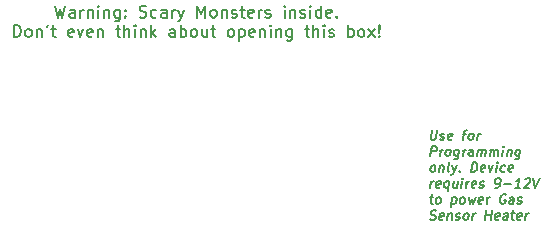
<source format=gto>
G04 #@! TF.GenerationSoftware,KiCad,Pcbnew,5.0.0-rc2*
G04 #@! TF.CreationDate,2019-07-01T23:54:45-04:00*
G04 #@! TF.ProjectId,panelback,70616E656C6261636B2E6B696361645F,rev?*
G04 #@! TF.SameCoordinates,Original*
G04 #@! TF.FileFunction,Legend,Top*
G04 #@! TF.FilePolarity,Positive*
%FSLAX46Y46*%
G04 Gerber Fmt 4.6, Leading zero omitted, Abs format (unit mm)*
G04 Created by KiCad (PCBNEW 5.0.0-rc2) date Mon Jul  1 23:54:45 2019*
%MOMM*%
%LPD*%
G01*
G04 APERTURE LIST*
%ADD10C,0.152400*%
G04 APERTURE END LIST*
D10*
X85023809Y-73626180D02*
X85261904Y-74626180D01*
X85452380Y-73911895D01*
X85642857Y-74626180D01*
X85880952Y-73626180D01*
X86690476Y-74626180D02*
X86690476Y-74102371D01*
X86642857Y-74007133D01*
X86547619Y-73959514D01*
X86357142Y-73959514D01*
X86261904Y-74007133D01*
X86690476Y-74578561D02*
X86595238Y-74626180D01*
X86357142Y-74626180D01*
X86261904Y-74578561D01*
X86214285Y-74483323D01*
X86214285Y-74388085D01*
X86261904Y-74292847D01*
X86357142Y-74245228D01*
X86595238Y-74245228D01*
X86690476Y-74197609D01*
X87166666Y-74626180D02*
X87166666Y-73959514D01*
X87166666Y-74149990D02*
X87214285Y-74054752D01*
X87261904Y-74007133D01*
X87357142Y-73959514D01*
X87452380Y-73959514D01*
X87785714Y-73959514D02*
X87785714Y-74626180D01*
X87785714Y-74054752D02*
X87833333Y-74007133D01*
X87928571Y-73959514D01*
X88071428Y-73959514D01*
X88166666Y-74007133D01*
X88214285Y-74102371D01*
X88214285Y-74626180D01*
X88690476Y-74626180D02*
X88690476Y-73959514D01*
X88690476Y-73626180D02*
X88642857Y-73673800D01*
X88690476Y-73721419D01*
X88738095Y-73673800D01*
X88690476Y-73626180D01*
X88690476Y-73721419D01*
X89166666Y-73959514D02*
X89166666Y-74626180D01*
X89166666Y-74054752D02*
X89214285Y-74007133D01*
X89309523Y-73959514D01*
X89452380Y-73959514D01*
X89547619Y-74007133D01*
X89595238Y-74102371D01*
X89595238Y-74626180D01*
X90499999Y-73959514D02*
X90499999Y-74769038D01*
X90452380Y-74864276D01*
X90404761Y-74911895D01*
X90309523Y-74959514D01*
X90166666Y-74959514D01*
X90071428Y-74911895D01*
X90499999Y-74578561D02*
X90404761Y-74626180D01*
X90214285Y-74626180D01*
X90119047Y-74578561D01*
X90071428Y-74530942D01*
X90023809Y-74435704D01*
X90023809Y-74149990D01*
X90071428Y-74054752D01*
X90119047Y-74007133D01*
X90214285Y-73959514D01*
X90404761Y-73959514D01*
X90499999Y-74007133D01*
X90976190Y-74530942D02*
X91023809Y-74578561D01*
X90976190Y-74626180D01*
X90928571Y-74578561D01*
X90976190Y-74530942D01*
X90976190Y-74626180D01*
X90976190Y-74007133D02*
X91023809Y-74054752D01*
X90976190Y-74102371D01*
X90928571Y-74054752D01*
X90976190Y-74007133D01*
X90976190Y-74102371D01*
X92166666Y-74578561D02*
X92309523Y-74626180D01*
X92547619Y-74626180D01*
X92642857Y-74578561D01*
X92690476Y-74530942D01*
X92738095Y-74435704D01*
X92738095Y-74340466D01*
X92690476Y-74245228D01*
X92642857Y-74197609D01*
X92547619Y-74149990D01*
X92357142Y-74102371D01*
X92261904Y-74054752D01*
X92214285Y-74007133D01*
X92166666Y-73911895D01*
X92166666Y-73816657D01*
X92214285Y-73721419D01*
X92261904Y-73673800D01*
X92357142Y-73626180D01*
X92595238Y-73626180D01*
X92738095Y-73673800D01*
X93595238Y-74578561D02*
X93499999Y-74626180D01*
X93309523Y-74626180D01*
X93214285Y-74578561D01*
X93166666Y-74530942D01*
X93119047Y-74435704D01*
X93119047Y-74149990D01*
X93166666Y-74054752D01*
X93214285Y-74007133D01*
X93309523Y-73959514D01*
X93499999Y-73959514D01*
X93595238Y-74007133D01*
X94452380Y-74626180D02*
X94452380Y-74102371D01*
X94404761Y-74007133D01*
X94309523Y-73959514D01*
X94119047Y-73959514D01*
X94023809Y-74007133D01*
X94452380Y-74578561D02*
X94357142Y-74626180D01*
X94119047Y-74626180D01*
X94023809Y-74578561D01*
X93976190Y-74483323D01*
X93976190Y-74388085D01*
X94023809Y-74292847D01*
X94119047Y-74245228D01*
X94357142Y-74245228D01*
X94452380Y-74197609D01*
X94928571Y-74626180D02*
X94928571Y-73959514D01*
X94928571Y-74149990D02*
X94976190Y-74054752D01*
X95023809Y-74007133D01*
X95119047Y-73959514D01*
X95214285Y-73959514D01*
X95452380Y-73959514D02*
X95690476Y-74626180D01*
X95928571Y-73959514D02*
X95690476Y-74626180D01*
X95595238Y-74864276D01*
X95547619Y-74911895D01*
X95452380Y-74959514D01*
X97071428Y-74626180D02*
X97071428Y-73626180D01*
X97404761Y-74340466D01*
X97738095Y-73626180D01*
X97738095Y-74626180D01*
X98357142Y-74626180D02*
X98261904Y-74578561D01*
X98214285Y-74530942D01*
X98166666Y-74435704D01*
X98166666Y-74149990D01*
X98214285Y-74054752D01*
X98261904Y-74007133D01*
X98357142Y-73959514D01*
X98499999Y-73959514D01*
X98595238Y-74007133D01*
X98642857Y-74054752D01*
X98690476Y-74149990D01*
X98690476Y-74435704D01*
X98642857Y-74530942D01*
X98595238Y-74578561D01*
X98499999Y-74626180D01*
X98357142Y-74626180D01*
X99119047Y-73959514D02*
X99119047Y-74626180D01*
X99119047Y-74054752D02*
X99166666Y-74007133D01*
X99261904Y-73959514D01*
X99404761Y-73959514D01*
X99499999Y-74007133D01*
X99547619Y-74102371D01*
X99547619Y-74626180D01*
X99976190Y-74578561D02*
X100071428Y-74626180D01*
X100261904Y-74626180D01*
X100357142Y-74578561D01*
X100404761Y-74483323D01*
X100404761Y-74435704D01*
X100357142Y-74340466D01*
X100261904Y-74292847D01*
X100119047Y-74292847D01*
X100023809Y-74245228D01*
X99976190Y-74149990D01*
X99976190Y-74102371D01*
X100023809Y-74007133D01*
X100119047Y-73959514D01*
X100261904Y-73959514D01*
X100357142Y-74007133D01*
X100690476Y-73959514D02*
X101071428Y-73959514D01*
X100833333Y-73626180D02*
X100833333Y-74483323D01*
X100880952Y-74578561D01*
X100976190Y-74626180D01*
X101071428Y-74626180D01*
X101785714Y-74578561D02*
X101690476Y-74626180D01*
X101499999Y-74626180D01*
X101404761Y-74578561D01*
X101357142Y-74483323D01*
X101357142Y-74102371D01*
X101404761Y-74007133D01*
X101499999Y-73959514D01*
X101690476Y-73959514D01*
X101785714Y-74007133D01*
X101833333Y-74102371D01*
X101833333Y-74197609D01*
X101357142Y-74292847D01*
X102261904Y-74626180D02*
X102261904Y-73959514D01*
X102261904Y-74149990D02*
X102309523Y-74054752D01*
X102357142Y-74007133D01*
X102452380Y-73959514D01*
X102547619Y-73959514D01*
X102833333Y-74578561D02*
X102928571Y-74626180D01*
X103119047Y-74626180D01*
X103214285Y-74578561D01*
X103261904Y-74483323D01*
X103261904Y-74435704D01*
X103214285Y-74340466D01*
X103119047Y-74292847D01*
X102976190Y-74292847D01*
X102880952Y-74245228D01*
X102833333Y-74149990D01*
X102833333Y-74102371D01*
X102880952Y-74007133D01*
X102976190Y-73959514D01*
X103119047Y-73959514D01*
X103214285Y-74007133D01*
X104452380Y-74626180D02*
X104452380Y-73959514D01*
X104452380Y-73626180D02*
X104404761Y-73673800D01*
X104452380Y-73721419D01*
X104499999Y-73673800D01*
X104452380Y-73626180D01*
X104452380Y-73721419D01*
X104928571Y-73959514D02*
X104928571Y-74626180D01*
X104928571Y-74054752D02*
X104976190Y-74007133D01*
X105071428Y-73959514D01*
X105214285Y-73959514D01*
X105309523Y-74007133D01*
X105357142Y-74102371D01*
X105357142Y-74626180D01*
X105785714Y-74578561D02*
X105880952Y-74626180D01*
X106071428Y-74626180D01*
X106166666Y-74578561D01*
X106214285Y-74483323D01*
X106214285Y-74435704D01*
X106166666Y-74340466D01*
X106071428Y-74292847D01*
X105928571Y-74292847D01*
X105833333Y-74245228D01*
X105785714Y-74149990D01*
X105785714Y-74102371D01*
X105833333Y-74007133D01*
X105928571Y-73959514D01*
X106071428Y-73959514D01*
X106166666Y-74007133D01*
X106642857Y-74626180D02*
X106642857Y-73959514D01*
X106642857Y-73626180D02*
X106595238Y-73673800D01*
X106642857Y-73721419D01*
X106690476Y-73673800D01*
X106642857Y-73626180D01*
X106642857Y-73721419D01*
X107547619Y-74626180D02*
X107547619Y-73626180D01*
X107547619Y-74578561D02*
X107452380Y-74626180D01*
X107261904Y-74626180D01*
X107166666Y-74578561D01*
X107119047Y-74530942D01*
X107071428Y-74435704D01*
X107071428Y-74149990D01*
X107119047Y-74054752D01*
X107166666Y-74007133D01*
X107261904Y-73959514D01*
X107452380Y-73959514D01*
X107547619Y-74007133D01*
X108404761Y-74578561D02*
X108309523Y-74626180D01*
X108119047Y-74626180D01*
X108023809Y-74578561D01*
X107976190Y-74483323D01*
X107976190Y-74102371D01*
X108023809Y-74007133D01*
X108119047Y-73959514D01*
X108309523Y-73959514D01*
X108404761Y-74007133D01*
X108452380Y-74102371D01*
X108452380Y-74197609D01*
X107976190Y-74292847D01*
X108880952Y-74530942D02*
X108928571Y-74578561D01*
X108880952Y-74626180D01*
X108833333Y-74578561D01*
X108880952Y-74530942D01*
X108880952Y-74626180D01*
X81547619Y-76278580D02*
X81547619Y-75278580D01*
X81785714Y-75278580D01*
X81928571Y-75326200D01*
X82023809Y-75421438D01*
X82071428Y-75516676D01*
X82119047Y-75707152D01*
X82119047Y-75850009D01*
X82071428Y-76040485D01*
X82023809Y-76135723D01*
X81928571Y-76230961D01*
X81785714Y-76278580D01*
X81547619Y-76278580D01*
X82690476Y-76278580D02*
X82595238Y-76230961D01*
X82547619Y-76183342D01*
X82499999Y-76088104D01*
X82499999Y-75802390D01*
X82547619Y-75707152D01*
X82595238Y-75659533D01*
X82690476Y-75611914D01*
X82833333Y-75611914D01*
X82928571Y-75659533D01*
X82976190Y-75707152D01*
X83023809Y-75802390D01*
X83023809Y-76088104D01*
X82976190Y-76183342D01*
X82928571Y-76230961D01*
X82833333Y-76278580D01*
X82690476Y-76278580D01*
X83452380Y-75611914D02*
X83452380Y-76278580D01*
X83452380Y-75707152D02*
X83499999Y-75659533D01*
X83595238Y-75611914D01*
X83738095Y-75611914D01*
X83833333Y-75659533D01*
X83880952Y-75754771D01*
X83880952Y-76278580D01*
X84404761Y-75278580D02*
X84309523Y-75469057D01*
X84690476Y-75611914D02*
X85071428Y-75611914D01*
X84833333Y-75278580D02*
X84833333Y-76135723D01*
X84880952Y-76230961D01*
X84976190Y-76278580D01*
X85071428Y-76278580D01*
X86547619Y-76230961D02*
X86452380Y-76278580D01*
X86261904Y-76278580D01*
X86166666Y-76230961D01*
X86119047Y-76135723D01*
X86119047Y-75754771D01*
X86166666Y-75659533D01*
X86261904Y-75611914D01*
X86452380Y-75611914D01*
X86547619Y-75659533D01*
X86595238Y-75754771D01*
X86595238Y-75850009D01*
X86119047Y-75945247D01*
X86928571Y-75611914D02*
X87166666Y-76278580D01*
X87404761Y-75611914D01*
X88166666Y-76230961D02*
X88071428Y-76278580D01*
X87880952Y-76278580D01*
X87785714Y-76230961D01*
X87738095Y-76135723D01*
X87738095Y-75754771D01*
X87785714Y-75659533D01*
X87880952Y-75611914D01*
X88071428Y-75611914D01*
X88166666Y-75659533D01*
X88214285Y-75754771D01*
X88214285Y-75850009D01*
X87738095Y-75945247D01*
X88642857Y-75611914D02*
X88642857Y-76278580D01*
X88642857Y-75707152D02*
X88690476Y-75659533D01*
X88785714Y-75611914D01*
X88928571Y-75611914D01*
X89023809Y-75659533D01*
X89071428Y-75754771D01*
X89071428Y-76278580D01*
X90166666Y-75611914D02*
X90547619Y-75611914D01*
X90309523Y-75278580D02*
X90309523Y-76135723D01*
X90357142Y-76230961D01*
X90452380Y-76278580D01*
X90547619Y-76278580D01*
X90880952Y-76278580D02*
X90880952Y-75278580D01*
X91309523Y-76278580D02*
X91309523Y-75754771D01*
X91261904Y-75659533D01*
X91166666Y-75611914D01*
X91023809Y-75611914D01*
X90928571Y-75659533D01*
X90880952Y-75707152D01*
X91785714Y-76278580D02*
X91785714Y-75611914D01*
X91785714Y-75278580D02*
X91738095Y-75326200D01*
X91785714Y-75373819D01*
X91833333Y-75326200D01*
X91785714Y-75278580D01*
X91785714Y-75373819D01*
X92261904Y-75611914D02*
X92261904Y-76278580D01*
X92261904Y-75707152D02*
X92309523Y-75659533D01*
X92404761Y-75611914D01*
X92547619Y-75611914D01*
X92642857Y-75659533D01*
X92690476Y-75754771D01*
X92690476Y-76278580D01*
X93166666Y-76278580D02*
X93166666Y-75278580D01*
X93261904Y-75897628D02*
X93547619Y-76278580D01*
X93547619Y-75611914D02*
X93166666Y-75992866D01*
X95166666Y-76278580D02*
X95166666Y-75754771D01*
X95119047Y-75659533D01*
X95023809Y-75611914D01*
X94833333Y-75611914D01*
X94738095Y-75659533D01*
X95166666Y-76230961D02*
X95071428Y-76278580D01*
X94833333Y-76278580D01*
X94738095Y-76230961D01*
X94690476Y-76135723D01*
X94690476Y-76040485D01*
X94738095Y-75945247D01*
X94833333Y-75897628D01*
X95071428Y-75897628D01*
X95166666Y-75850009D01*
X95642857Y-76278580D02*
X95642857Y-75278580D01*
X95642857Y-75659533D02*
X95738095Y-75611914D01*
X95928571Y-75611914D01*
X96023809Y-75659533D01*
X96071428Y-75707152D01*
X96119047Y-75802390D01*
X96119047Y-76088104D01*
X96071428Y-76183342D01*
X96023809Y-76230961D01*
X95928571Y-76278580D01*
X95738095Y-76278580D01*
X95642857Y-76230961D01*
X96690476Y-76278580D02*
X96595238Y-76230961D01*
X96547619Y-76183342D01*
X96499999Y-76088104D01*
X96499999Y-75802390D01*
X96547619Y-75707152D01*
X96595238Y-75659533D01*
X96690476Y-75611914D01*
X96833333Y-75611914D01*
X96928571Y-75659533D01*
X96976190Y-75707152D01*
X97023809Y-75802390D01*
X97023809Y-76088104D01*
X96976190Y-76183342D01*
X96928571Y-76230961D01*
X96833333Y-76278580D01*
X96690476Y-76278580D01*
X97880952Y-75611914D02*
X97880952Y-76278580D01*
X97452380Y-75611914D02*
X97452380Y-76135723D01*
X97499999Y-76230961D01*
X97595238Y-76278580D01*
X97738095Y-76278580D01*
X97833333Y-76230961D01*
X97880952Y-76183342D01*
X98214285Y-75611914D02*
X98595238Y-75611914D01*
X98357142Y-75278580D02*
X98357142Y-76135723D01*
X98404761Y-76230961D01*
X98499999Y-76278580D01*
X98595238Y-76278580D01*
X99833333Y-76278580D02*
X99738095Y-76230961D01*
X99690476Y-76183342D01*
X99642857Y-76088104D01*
X99642857Y-75802390D01*
X99690476Y-75707152D01*
X99738095Y-75659533D01*
X99833333Y-75611914D01*
X99976190Y-75611914D01*
X100071428Y-75659533D01*
X100119047Y-75707152D01*
X100166666Y-75802390D01*
X100166666Y-76088104D01*
X100119047Y-76183342D01*
X100071428Y-76230961D01*
X99976190Y-76278580D01*
X99833333Y-76278580D01*
X100595238Y-75611914D02*
X100595238Y-76611914D01*
X100595238Y-75659533D02*
X100690476Y-75611914D01*
X100880952Y-75611914D01*
X100976190Y-75659533D01*
X101023809Y-75707152D01*
X101071428Y-75802390D01*
X101071428Y-76088104D01*
X101023809Y-76183342D01*
X100976190Y-76230961D01*
X100880952Y-76278580D01*
X100690476Y-76278580D01*
X100595238Y-76230961D01*
X101880952Y-76230961D02*
X101785714Y-76278580D01*
X101595238Y-76278580D01*
X101499999Y-76230961D01*
X101452380Y-76135723D01*
X101452380Y-75754771D01*
X101499999Y-75659533D01*
X101595238Y-75611914D01*
X101785714Y-75611914D01*
X101880952Y-75659533D01*
X101928571Y-75754771D01*
X101928571Y-75850009D01*
X101452380Y-75945247D01*
X102357142Y-75611914D02*
X102357142Y-76278580D01*
X102357142Y-75707152D02*
X102404761Y-75659533D01*
X102499999Y-75611914D01*
X102642857Y-75611914D01*
X102738095Y-75659533D01*
X102785714Y-75754771D01*
X102785714Y-76278580D01*
X103261904Y-76278580D02*
X103261904Y-75611914D01*
X103261904Y-75278580D02*
X103214285Y-75326200D01*
X103261904Y-75373819D01*
X103309523Y-75326200D01*
X103261904Y-75278580D01*
X103261904Y-75373819D01*
X103738095Y-75611914D02*
X103738095Y-76278580D01*
X103738095Y-75707152D02*
X103785714Y-75659533D01*
X103880952Y-75611914D01*
X104023809Y-75611914D01*
X104119047Y-75659533D01*
X104166666Y-75754771D01*
X104166666Y-76278580D01*
X105071428Y-75611914D02*
X105071428Y-76421438D01*
X105023809Y-76516676D01*
X104976190Y-76564295D01*
X104880952Y-76611914D01*
X104738095Y-76611914D01*
X104642857Y-76564295D01*
X105071428Y-76230961D02*
X104976190Y-76278580D01*
X104785714Y-76278580D01*
X104690476Y-76230961D01*
X104642857Y-76183342D01*
X104595238Y-76088104D01*
X104595238Y-75802390D01*
X104642857Y-75707152D01*
X104690476Y-75659533D01*
X104785714Y-75611914D01*
X104976190Y-75611914D01*
X105071428Y-75659533D01*
X106166666Y-75611914D02*
X106547619Y-75611914D01*
X106309523Y-75278580D02*
X106309523Y-76135723D01*
X106357142Y-76230961D01*
X106452380Y-76278580D01*
X106547619Y-76278580D01*
X106880952Y-76278580D02*
X106880952Y-75278580D01*
X107309523Y-76278580D02*
X107309523Y-75754771D01*
X107261904Y-75659533D01*
X107166666Y-75611914D01*
X107023809Y-75611914D01*
X106928571Y-75659533D01*
X106880952Y-75707152D01*
X107785714Y-76278580D02*
X107785714Y-75611914D01*
X107785714Y-75278580D02*
X107738095Y-75326200D01*
X107785714Y-75373819D01*
X107833333Y-75326200D01*
X107785714Y-75278580D01*
X107785714Y-75373819D01*
X108214285Y-76230961D02*
X108309523Y-76278580D01*
X108499999Y-76278580D01*
X108595238Y-76230961D01*
X108642857Y-76135723D01*
X108642857Y-76088104D01*
X108595238Y-75992866D01*
X108499999Y-75945247D01*
X108357142Y-75945247D01*
X108261904Y-75897628D01*
X108214285Y-75802390D01*
X108214285Y-75754771D01*
X108261904Y-75659533D01*
X108357142Y-75611914D01*
X108499999Y-75611914D01*
X108595238Y-75659533D01*
X109833333Y-76278580D02*
X109833333Y-75278580D01*
X109833333Y-75659533D02*
X109928571Y-75611914D01*
X110119047Y-75611914D01*
X110214285Y-75659533D01*
X110261904Y-75707152D01*
X110309523Y-75802390D01*
X110309523Y-76088104D01*
X110261904Y-76183342D01*
X110214285Y-76230961D01*
X110119047Y-76278580D01*
X109928571Y-76278580D01*
X109833333Y-76230961D01*
X110880952Y-76278580D02*
X110785714Y-76230961D01*
X110738095Y-76183342D01*
X110690476Y-76088104D01*
X110690476Y-75802390D01*
X110738095Y-75707152D01*
X110785714Y-75659533D01*
X110880952Y-75611914D01*
X111023809Y-75611914D01*
X111119047Y-75659533D01*
X111166666Y-75707152D01*
X111214285Y-75802390D01*
X111214285Y-76088104D01*
X111166666Y-76183342D01*
X111119047Y-76230961D01*
X111023809Y-76278580D01*
X110880952Y-76278580D01*
X111547619Y-76278580D02*
X112071428Y-75611914D01*
X111547619Y-75611914D02*
X112071428Y-76278580D01*
X112452380Y-76183342D02*
X112499999Y-76230961D01*
X112452380Y-76278580D01*
X112404761Y-76230961D01*
X112452380Y-76183342D01*
X112452380Y-76278580D01*
X112452380Y-75897628D02*
X112404761Y-75326200D01*
X112452380Y-75278580D01*
X112499999Y-75326200D01*
X112452380Y-75897628D01*
X112452380Y-75278580D01*
X116894298Y-84180904D02*
X116813345Y-84828523D01*
X116841917Y-84904714D01*
X116875250Y-84942809D01*
X116946679Y-84980904D01*
X117099059Y-84980904D01*
X117180012Y-84942809D01*
X117222869Y-84904714D01*
X117270488Y-84828523D01*
X117351440Y-84180904D01*
X117599059Y-84942809D02*
X117670488Y-84980904D01*
X117822869Y-84980904D01*
X117903821Y-84942809D01*
X117951440Y-84866619D01*
X117956202Y-84828523D01*
X117927631Y-84752333D01*
X117856202Y-84714238D01*
X117741917Y-84714238D01*
X117670488Y-84676142D01*
X117641917Y-84599952D01*
X117646679Y-84561857D01*
X117694298Y-84485666D01*
X117775250Y-84447571D01*
X117889536Y-84447571D01*
X117960964Y-84485666D01*
X118589536Y-84942809D02*
X118508583Y-84980904D01*
X118356202Y-84980904D01*
X118284774Y-84942809D01*
X118256202Y-84866619D01*
X118294298Y-84561857D01*
X118341917Y-84485666D01*
X118422869Y-84447571D01*
X118575250Y-84447571D01*
X118646679Y-84485666D01*
X118675250Y-84561857D01*
X118665726Y-84638047D01*
X118275250Y-84714238D01*
X119527631Y-84447571D02*
X119832393Y-84447571D01*
X119575250Y-84980904D02*
X119660964Y-84295190D01*
X119708583Y-84219000D01*
X119789536Y-84180904D01*
X119865726Y-84180904D01*
X120146679Y-84980904D02*
X120075250Y-84942809D01*
X120041917Y-84904714D01*
X120013345Y-84828523D01*
X120041917Y-84599952D01*
X120089536Y-84523761D01*
X120132393Y-84485666D01*
X120213345Y-84447571D01*
X120327631Y-84447571D01*
X120399060Y-84485666D01*
X120432393Y-84523761D01*
X120460964Y-84599952D01*
X120432393Y-84828523D01*
X120384774Y-84904714D01*
X120341917Y-84942809D01*
X120260964Y-84980904D01*
X120146679Y-84980904D01*
X120756202Y-84980904D02*
X120822869Y-84447571D01*
X120803821Y-84599952D02*
X120851440Y-84523761D01*
X120894298Y-84485666D01*
X120975250Y-84447571D01*
X121051440Y-84447571D01*
X116794298Y-86333304D02*
X116894298Y-85533304D01*
X117199059Y-85533304D01*
X117270488Y-85571400D01*
X117303821Y-85609495D01*
X117332393Y-85685685D01*
X117318107Y-85799971D01*
X117270488Y-85876161D01*
X117227631Y-85914257D01*
X117146679Y-85952352D01*
X116841917Y-85952352D01*
X117594298Y-86333304D02*
X117660964Y-85799971D01*
X117641917Y-85952352D02*
X117689536Y-85876161D01*
X117732393Y-85838066D01*
X117813345Y-85799971D01*
X117889536Y-85799971D01*
X118203821Y-86333304D02*
X118132393Y-86295209D01*
X118099060Y-86257114D01*
X118070488Y-86180923D01*
X118099060Y-85952352D01*
X118146679Y-85876161D01*
X118189536Y-85838066D01*
X118270488Y-85799971D01*
X118384774Y-85799971D01*
X118456202Y-85838066D01*
X118489536Y-85876161D01*
X118518107Y-85952352D01*
X118489536Y-86180923D01*
X118441917Y-86257114D01*
X118399059Y-86295209D01*
X118318107Y-86333304D01*
X118203821Y-86333304D01*
X119222869Y-85799971D02*
X119141917Y-86447590D01*
X119094298Y-86523780D01*
X119051440Y-86561876D01*
X118970488Y-86599971D01*
X118856202Y-86599971D01*
X118784774Y-86561876D01*
X119160964Y-86295209D02*
X119080012Y-86333304D01*
X118927631Y-86333304D01*
X118856202Y-86295209D01*
X118822869Y-86257114D01*
X118794298Y-86180923D01*
X118822869Y-85952352D01*
X118870488Y-85876161D01*
X118913345Y-85838066D01*
X118994298Y-85799971D01*
X119146679Y-85799971D01*
X119218107Y-85838066D01*
X119537155Y-86333304D02*
X119603821Y-85799971D01*
X119584774Y-85952352D02*
X119632393Y-85876161D01*
X119675250Y-85838066D01*
X119756202Y-85799971D01*
X119832393Y-85799971D01*
X120375250Y-86333304D02*
X120427631Y-85914257D01*
X120399059Y-85838066D01*
X120327631Y-85799971D01*
X120175250Y-85799971D01*
X120094298Y-85838066D01*
X120380012Y-86295209D02*
X120299060Y-86333304D01*
X120108583Y-86333304D01*
X120037155Y-86295209D01*
X120008583Y-86219019D01*
X120018107Y-86142828D01*
X120065726Y-86066638D01*
X120146679Y-86028542D01*
X120337155Y-86028542D01*
X120418107Y-85990447D01*
X120756202Y-86333304D02*
X120822869Y-85799971D01*
X120813345Y-85876161D02*
X120856202Y-85838066D01*
X120937155Y-85799971D01*
X121051440Y-85799971D01*
X121122869Y-85838066D01*
X121151440Y-85914257D01*
X121099060Y-86333304D01*
X121151440Y-85914257D02*
X121199060Y-85838066D01*
X121280012Y-85799971D01*
X121394298Y-85799971D01*
X121465726Y-85838066D01*
X121494298Y-85914257D01*
X121441917Y-86333304D01*
X121822869Y-86333304D02*
X121889536Y-85799971D01*
X121880012Y-85876161D02*
X121922869Y-85838066D01*
X122003821Y-85799971D01*
X122118107Y-85799971D01*
X122189536Y-85838066D01*
X122218107Y-85914257D01*
X122165726Y-86333304D01*
X122218107Y-85914257D02*
X122265726Y-85838066D01*
X122346679Y-85799971D01*
X122460964Y-85799971D01*
X122532393Y-85838066D01*
X122560964Y-85914257D01*
X122508583Y-86333304D01*
X122889536Y-86333304D02*
X122956202Y-85799971D01*
X122989536Y-85533304D02*
X122946679Y-85571400D01*
X122980012Y-85609495D01*
X123022869Y-85571400D01*
X122989536Y-85533304D01*
X122980012Y-85609495D01*
X123337155Y-85799971D02*
X123270488Y-86333304D01*
X123327631Y-85876161D02*
X123370488Y-85838066D01*
X123451440Y-85799971D01*
X123565726Y-85799971D01*
X123637155Y-85838066D01*
X123665726Y-85914257D01*
X123613345Y-86333304D01*
X124403821Y-85799971D02*
X124322869Y-86447590D01*
X124275250Y-86523780D01*
X124232393Y-86561876D01*
X124151440Y-86599971D01*
X124037155Y-86599971D01*
X123965726Y-86561876D01*
X124341917Y-86295209D02*
X124260964Y-86333304D01*
X124108583Y-86333304D01*
X124037155Y-86295209D01*
X124003821Y-86257114D01*
X123975250Y-86180923D01*
X124003821Y-85952352D01*
X124051440Y-85876161D01*
X124094298Y-85838066D01*
X124175250Y-85799971D01*
X124327631Y-85799971D01*
X124399059Y-85838066D01*
X116908583Y-87685704D02*
X116837155Y-87647609D01*
X116803821Y-87609514D01*
X116775250Y-87533323D01*
X116803821Y-87304752D01*
X116851440Y-87228561D01*
X116894298Y-87190466D01*
X116975250Y-87152371D01*
X117089536Y-87152371D01*
X117160964Y-87190466D01*
X117194298Y-87228561D01*
X117222869Y-87304752D01*
X117194298Y-87533323D01*
X117146679Y-87609514D01*
X117103821Y-87647609D01*
X117022869Y-87685704D01*
X116908583Y-87685704D01*
X117584774Y-87152371D02*
X117518107Y-87685704D01*
X117575250Y-87228561D02*
X117618107Y-87190466D01*
X117699059Y-87152371D01*
X117813345Y-87152371D01*
X117884774Y-87190466D01*
X117913345Y-87266657D01*
X117860964Y-87685704D01*
X118356202Y-87685704D02*
X118284774Y-87647609D01*
X118256202Y-87571419D01*
X118341917Y-86885704D01*
X118651440Y-87152371D02*
X118775250Y-87685704D01*
X119032393Y-87152371D02*
X118775250Y-87685704D01*
X118675250Y-87876180D01*
X118632393Y-87914276D01*
X118551440Y-87952371D01*
X119280012Y-87609514D02*
X119313345Y-87647609D01*
X119270488Y-87685704D01*
X119237155Y-87647609D01*
X119280012Y-87609514D01*
X119270488Y-87685704D01*
X120260964Y-87685704D02*
X120360964Y-86885704D01*
X120551440Y-86885704D01*
X120660964Y-86923800D01*
X120727631Y-86999990D01*
X120756202Y-87076180D01*
X120775250Y-87228561D01*
X120760964Y-87342847D01*
X120703821Y-87495228D01*
X120656202Y-87571419D01*
X120570488Y-87647609D01*
X120451440Y-87685704D01*
X120260964Y-87685704D01*
X121370488Y-87647609D02*
X121289536Y-87685704D01*
X121137155Y-87685704D01*
X121065726Y-87647609D01*
X121037155Y-87571419D01*
X121075250Y-87266657D01*
X121122869Y-87190466D01*
X121203821Y-87152371D01*
X121356202Y-87152371D01*
X121427631Y-87190466D01*
X121456202Y-87266657D01*
X121446679Y-87342847D01*
X121056202Y-87419038D01*
X121737155Y-87152371D02*
X121860964Y-87685704D01*
X122118107Y-87152371D01*
X122356202Y-87685704D02*
X122422869Y-87152371D01*
X122456202Y-86885704D02*
X122413345Y-86923800D01*
X122446679Y-86961895D01*
X122489536Y-86923800D01*
X122456202Y-86885704D01*
X122446679Y-86961895D01*
X123084774Y-87647609D02*
X123003821Y-87685704D01*
X122851440Y-87685704D01*
X122780012Y-87647609D01*
X122746679Y-87609514D01*
X122718107Y-87533323D01*
X122746679Y-87304752D01*
X122794298Y-87228561D01*
X122837155Y-87190466D01*
X122918107Y-87152371D01*
X123070488Y-87152371D01*
X123141917Y-87190466D01*
X123732393Y-87647609D02*
X123651440Y-87685704D01*
X123499059Y-87685704D01*
X123427631Y-87647609D01*
X123399059Y-87571419D01*
X123437155Y-87266657D01*
X123484774Y-87190466D01*
X123565726Y-87152371D01*
X123718107Y-87152371D01*
X123789536Y-87190466D01*
X123818107Y-87266657D01*
X123808583Y-87342847D01*
X123418107Y-87419038D01*
X116794298Y-89038104D02*
X116860964Y-88504771D01*
X116841917Y-88657152D02*
X116889536Y-88580961D01*
X116932393Y-88542866D01*
X117013345Y-88504771D01*
X117089536Y-88504771D01*
X117599060Y-89000009D02*
X117518107Y-89038104D01*
X117365726Y-89038104D01*
X117294298Y-89000009D01*
X117265726Y-88923819D01*
X117303821Y-88619057D01*
X117351440Y-88542866D01*
X117432393Y-88504771D01*
X117584774Y-88504771D01*
X117656202Y-88542866D01*
X117684774Y-88619057D01*
X117675250Y-88695247D01*
X117284774Y-88771438D01*
X118384774Y-88504771D02*
X118284774Y-89304771D01*
X118322869Y-89000009D02*
X118241917Y-89038104D01*
X118089536Y-89038104D01*
X118018107Y-89000009D01*
X117984774Y-88961914D01*
X117956202Y-88885723D01*
X117984774Y-88657152D01*
X118032393Y-88580961D01*
X118075250Y-88542866D01*
X118156202Y-88504771D01*
X118308583Y-88504771D01*
X118380012Y-88542866D01*
X119108583Y-88504771D02*
X119041917Y-89038104D01*
X118765726Y-88504771D02*
X118713345Y-88923819D01*
X118741917Y-89000009D01*
X118813345Y-89038104D01*
X118927631Y-89038104D01*
X119008583Y-89000009D01*
X119051440Y-88961914D01*
X119422869Y-89038104D02*
X119489536Y-88504771D01*
X119522869Y-88238104D02*
X119480012Y-88276200D01*
X119513345Y-88314295D01*
X119556202Y-88276200D01*
X119522869Y-88238104D01*
X119513345Y-88314295D01*
X119803821Y-89038104D02*
X119870488Y-88504771D01*
X119851440Y-88657152D02*
X119899060Y-88580961D01*
X119941917Y-88542866D01*
X120022869Y-88504771D01*
X120099059Y-88504771D01*
X120608583Y-89000009D02*
X120527631Y-89038104D01*
X120375250Y-89038104D01*
X120303821Y-89000009D01*
X120275250Y-88923819D01*
X120313345Y-88619057D01*
X120360964Y-88542866D01*
X120441917Y-88504771D01*
X120594298Y-88504771D01*
X120665726Y-88542866D01*
X120694298Y-88619057D01*
X120684774Y-88695247D01*
X120294298Y-88771438D01*
X120951440Y-89000009D02*
X121022869Y-89038104D01*
X121175250Y-89038104D01*
X121256202Y-89000009D01*
X121303821Y-88923819D01*
X121308583Y-88885723D01*
X121280012Y-88809533D01*
X121208583Y-88771438D01*
X121094298Y-88771438D01*
X121022869Y-88733342D01*
X120994298Y-88657152D01*
X120999059Y-88619057D01*
X121046679Y-88542866D01*
X121127631Y-88504771D01*
X121241917Y-88504771D01*
X121313345Y-88542866D01*
X122280012Y-89038104D02*
X122432393Y-89038104D01*
X122513345Y-89000009D01*
X122556202Y-88961914D01*
X122646679Y-88847628D01*
X122703821Y-88695247D01*
X122741917Y-88390485D01*
X122713345Y-88314295D01*
X122680012Y-88276200D01*
X122608583Y-88238104D01*
X122456202Y-88238104D01*
X122375250Y-88276200D01*
X122332393Y-88314295D01*
X122284774Y-88390485D01*
X122260964Y-88580961D01*
X122289536Y-88657152D01*
X122322869Y-88695247D01*
X122394298Y-88733342D01*
X122546679Y-88733342D01*
X122627631Y-88695247D01*
X122670488Y-88657152D01*
X122718107Y-88580961D01*
X123041917Y-88733342D02*
X123651440Y-88733342D01*
X124413345Y-89038104D02*
X123956202Y-89038104D01*
X124184774Y-89038104D02*
X124284774Y-88238104D01*
X124194298Y-88352390D01*
X124108583Y-88428580D01*
X124027631Y-88466676D01*
X124808583Y-88314295D02*
X124851440Y-88276200D01*
X124932393Y-88238104D01*
X125122869Y-88238104D01*
X125194298Y-88276200D01*
X125227631Y-88314295D01*
X125256202Y-88390485D01*
X125246679Y-88466676D01*
X125194298Y-88580961D01*
X124680012Y-89038104D01*
X125175250Y-89038104D01*
X125503821Y-88238104D02*
X125670488Y-89038104D01*
X126037155Y-88238104D01*
X116746679Y-89857171D02*
X117051440Y-89857171D01*
X116894298Y-89590504D02*
X116808583Y-90276219D01*
X116837155Y-90352409D01*
X116908583Y-90390504D01*
X116984774Y-90390504D01*
X117365726Y-90390504D02*
X117294298Y-90352409D01*
X117260964Y-90314314D01*
X117232393Y-90238123D01*
X117260964Y-90009552D01*
X117308583Y-89933361D01*
X117351440Y-89895266D01*
X117432393Y-89857171D01*
X117546679Y-89857171D01*
X117618107Y-89895266D01*
X117651440Y-89933361D01*
X117680012Y-90009552D01*
X117651440Y-90238123D01*
X117603821Y-90314314D01*
X117560964Y-90352409D01*
X117480012Y-90390504D01*
X117365726Y-90390504D01*
X118651440Y-89857171D02*
X118551440Y-90657171D01*
X118646679Y-89895266D02*
X118727631Y-89857171D01*
X118880012Y-89857171D01*
X118951440Y-89895266D01*
X118984774Y-89933361D01*
X119013345Y-90009552D01*
X118984774Y-90238123D01*
X118937155Y-90314314D01*
X118894298Y-90352409D01*
X118813345Y-90390504D01*
X118660964Y-90390504D01*
X118589536Y-90352409D01*
X119422869Y-90390504D02*
X119351440Y-90352409D01*
X119318107Y-90314314D01*
X119289536Y-90238123D01*
X119318107Y-90009552D01*
X119365726Y-89933361D01*
X119408583Y-89895266D01*
X119489536Y-89857171D01*
X119603821Y-89857171D01*
X119675250Y-89895266D01*
X119708583Y-89933361D01*
X119737155Y-90009552D01*
X119708583Y-90238123D01*
X119660964Y-90314314D01*
X119618107Y-90352409D01*
X119537155Y-90390504D01*
X119422869Y-90390504D01*
X120022869Y-89857171D02*
X120108583Y-90390504D01*
X120308583Y-90009552D01*
X120413345Y-90390504D01*
X120632393Y-89857171D01*
X121180012Y-90352409D02*
X121099060Y-90390504D01*
X120946679Y-90390504D01*
X120875250Y-90352409D01*
X120846679Y-90276219D01*
X120884774Y-89971457D01*
X120932393Y-89895266D01*
X121013345Y-89857171D01*
X121165726Y-89857171D01*
X121237155Y-89895266D01*
X121265726Y-89971457D01*
X121256202Y-90047647D01*
X120865726Y-90123838D01*
X121556202Y-90390504D02*
X121622869Y-89857171D01*
X121603821Y-90009552D02*
X121651440Y-89933361D01*
X121694298Y-89895266D01*
X121775250Y-89857171D01*
X121851440Y-89857171D01*
X123175250Y-89628600D02*
X123103821Y-89590504D01*
X122989536Y-89590504D01*
X122870488Y-89628600D01*
X122784774Y-89704790D01*
X122737155Y-89780980D01*
X122680012Y-89933361D01*
X122665726Y-90047647D01*
X122684774Y-90200028D01*
X122713345Y-90276219D01*
X122780012Y-90352409D01*
X122889536Y-90390504D01*
X122965726Y-90390504D01*
X123084774Y-90352409D01*
X123127631Y-90314314D01*
X123160964Y-90047647D01*
X123008583Y-90047647D01*
X123803821Y-90390504D02*
X123856202Y-89971457D01*
X123827631Y-89895266D01*
X123756202Y-89857171D01*
X123603821Y-89857171D01*
X123522869Y-89895266D01*
X123808583Y-90352409D02*
X123727631Y-90390504D01*
X123537155Y-90390504D01*
X123465726Y-90352409D01*
X123437155Y-90276219D01*
X123446679Y-90200028D01*
X123494298Y-90123838D01*
X123575250Y-90085742D01*
X123765726Y-90085742D01*
X123846679Y-90047647D01*
X124151440Y-90352409D02*
X124222869Y-90390504D01*
X124375250Y-90390504D01*
X124456202Y-90352409D01*
X124503821Y-90276219D01*
X124508583Y-90238123D01*
X124480012Y-90161933D01*
X124408583Y-90123838D01*
X124294298Y-90123838D01*
X124222869Y-90085742D01*
X124194298Y-90009552D01*
X124199059Y-89971457D01*
X124246679Y-89895266D01*
X124327631Y-89857171D01*
X124441917Y-89857171D01*
X124513345Y-89895266D01*
X116760964Y-91704809D02*
X116870488Y-91742904D01*
X117060964Y-91742904D01*
X117141917Y-91704809D01*
X117184774Y-91666714D01*
X117232393Y-91590523D01*
X117241917Y-91514333D01*
X117213345Y-91438142D01*
X117180012Y-91400047D01*
X117108583Y-91361952D01*
X116960964Y-91323857D01*
X116889536Y-91285761D01*
X116856202Y-91247666D01*
X116827631Y-91171476D01*
X116837155Y-91095285D01*
X116884774Y-91019095D01*
X116927631Y-90981000D01*
X117008583Y-90942904D01*
X117199060Y-90942904D01*
X117308583Y-90981000D01*
X117865726Y-91704809D02*
X117784774Y-91742904D01*
X117632393Y-91742904D01*
X117560964Y-91704809D01*
X117532393Y-91628619D01*
X117570488Y-91323857D01*
X117618107Y-91247666D01*
X117699060Y-91209571D01*
X117851440Y-91209571D01*
X117922869Y-91247666D01*
X117951440Y-91323857D01*
X117941917Y-91400047D01*
X117551440Y-91476238D01*
X118308583Y-91209571D02*
X118241917Y-91742904D01*
X118299060Y-91285761D02*
X118341917Y-91247666D01*
X118422869Y-91209571D01*
X118537155Y-91209571D01*
X118608583Y-91247666D01*
X118637155Y-91323857D01*
X118584774Y-91742904D01*
X118932393Y-91704809D02*
X119003821Y-91742904D01*
X119156202Y-91742904D01*
X119237155Y-91704809D01*
X119284774Y-91628619D01*
X119289536Y-91590523D01*
X119260964Y-91514333D01*
X119189536Y-91476238D01*
X119075250Y-91476238D01*
X119003821Y-91438142D01*
X118975250Y-91361952D01*
X118980012Y-91323857D01*
X119027631Y-91247666D01*
X119108583Y-91209571D01*
X119222869Y-91209571D01*
X119294298Y-91247666D01*
X119727631Y-91742904D02*
X119656202Y-91704809D01*
X119622869Y-91666714D01*
X119594298Y-91590523D01*
X119622869Y-91361952D01*
X119670488Y-91285761D01*
X119713345Y-91247666D01*
X119794298Y-91209571D01*
X119908583Y-91209571D01*
X119980012Y-91247666D01*
X120013345Y-91285761D01*
X120041917Y-91361952D01*
X120013345Y-91590523D01*
X119965726Y-91666714D01*
X119922869Y-91704809D01*
X119841917Y-91742904D01*
X119727631Y-91742904D01*
X120337155Y-91742904D02*
X120403821Y-91209571D01*
X120384774Y-91361952D02*
X120432393Y-91285761D01*
X120475250Y-91247666D01*
X120556202Y-91209571D01*
X120632393Y-91209571D01*
X121441917Y-91742904D02*
X121541917Y-90942904D01*
X121494298Y-91323857D02*
X121951440Y-91323857D01*
X121899060Y-91742904D02*
X121999060Y-90942904D01*
X122589536Y-91704809D02*
X122508583Y-91742904D01*
X122356202Y-91742904D01*
X122284774Y-91704809D01*
X122256202Y-91628619D01*
X122294298Y-91323857D01*
X122341917Y-91247666D01*
X122422869Y-91209571D01*
X122575250Y-91209571D01*
X122646679Y-91247666D01*
X122675250Y-91323857D01*
X122665726Y-91400047D01*
X122275250Y-91476238D01*
X123308583Y-91742904D02*
X123360964Y-91323857D01*
X123332393Y-91247666D01*
X123260964Y-91209571D01*
X123108583Y-91209571D01*
X123027631Y-91247666D01*
X123313345Y-91704809D02*
X123232393Y-91742904D01*
X123041917Y-91742904D01*
X122970488Y-91704809D01*
X122941917Y-91628619D01*
X122951440Y-91552428D01*
X122999059Y-91476238D01*
X123080012Y-91438142D01*
X123270488Y-91438142D01*
X123351440Y-91400047D01*
X123641917Y-91209571D02*
X123946679Y-91209571D01*
X123789536Y-90942904D02*
X123703821Y-91628619D01*
X123732393Y-91704809D01*
X123803821Y-91742904D01*
X123880012Y-91742904D01*
X124456202Y-91704809D02*
X124375250Y-91742904D01*
X124222869Y-91742904D01*
X124151440Y-91704809D01*
X124122869Y-91628619D01*
X124160964Y-91323857D01*
X124208583Y-91247666D01*
X124289536Y-91209571D01*
X124441917Y-91209571D01*
X124513345Y-91247666D01*
X124541917Y-91323857D01*
X124532393Y-91400047D01*
X124141917Y-91476238D01*
X124832393Y-91742904D02*
X124899059Y-91209571D01*
X124880012Y-91361952D02*
X124927631Y-91285761D01*
X124970488Y-91247666D01*
X125051440Y-91209571D01*
X125127631Y-91209571D01*
M02*

</source>
